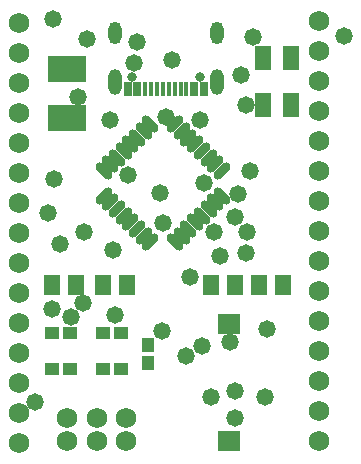
<source format=gbr>
%TF.GenerationSoftware,Altium Limited,Altium Designer,24.7.2 (38)*%
G04 Layer_Color=8388736*
%FSLAX45Y45*%
%MOMM*%
%TF.SameCoordinates,C77648C0-80D8-424D-8617-BB5A92A82554*%
%TF.FilePolarity,Negative*%
%TF.FileFunction,Soldermask,Top*%
%TF.Part,Single*%
G01*
G75*
%TA.AperFunction,SMDPad,CuDef*%
%ADD36R,1.20320X1.10320*%
%ADD37R,1.47320X1.72720*%
%ADD38R,1.10320X1.20320*%
%ADD39R,1.40320X2.00320*%
%ADD40R,3.20320X2.20320*%
%ADD41R,1.90320X1.70320*%
G04:AMPARAMS|DCode=42|XSize=0.7532mm|YSize=1.7532mm|CornerRadius=0mm|HoleSize=0mm|Usage=FLASHONLY|Rotation=225.000|XOffset=0mm|YOffset=0mm|HoleType=Round|Shape=Round|*
%AMOVALD42*
21,1,1.00000,0.75320,0.00000,0.00000,315.0*
1,1,0.75320,-0.35355,0.35355*
1,1,0.75320,0.35355,-0.35355*
%
%ADD42OVALD42*%

G04:AMPARAMS|DCode=43|XSize=0.7532mm|YSize=1.7532mm|CornerRadius=0mm|HoleSize=0mm|Usage=FLASHONLY|Rotation=135.000|XOffset=0mm|YOffset=0mm|HoleType=Round|Shape=Round|*
%AMOVALD43*
21,1,1.00000,0.75320,0.00000,0.00000,225.0*
1,1,0.75320,0.35355,0.35355*
1,1,0.75320,-0.35355,-0.35355*
%
%ADD43OVALD43*%

%TA.AperFunction,ConnectorPad*%
%ADD44R,0.70000X1.24000*%
%ADD45R,0.40000X1.24000*%
%TA.AperFunction,ComponentPad*%
%ADD46C,0.80320*%
%ADD47O,1.10320X2.20320*%
%ADD48O,1.10320X1.90320*%
%ADD49C,1.72720*%
%TA.AperFunction,ViaPad*%
%ADD50C,1.47320*%
D36*
X965200Y889000D02*
D03*
X1117600D02*
D03*
X533400D02*
D03*
X685800D02*
D03*
X533400Y1193800D02*
D03*
X685800D02*
D03*
X965200D02*
D03*
X1117600D02*
D03*
D37*
X736600Y1600200D02*
D03*
X533400D02*
D03*
X2082800D02*
D03*
X1879600D02*
D03*
X2489200D02*
D03*
X2286000D02*
D03*
X1168400D02*
D03*
X965200D02*
D03*
D38*
X1346200Y939800D02*
D03*
Y1092200D02*
D03*
D39*
X2318400Y3527400D02*
D03*
Y3127400D02*
D03*
X2558400D02*
D03*
Y3527400D02*
D03*
D40*
X660400Y3018297D02*
D03*
Y3433303D02*
D03*
D41*
X2032000Y279400D02*
D03*
Y1269401D02*
D03*
D42*
X1577497Y1963522D02*
D03*
X1634068Y2020092D02*
D03*
X1690634Y2076658D02*
D03*
X1747205Y2133229D02*
D03*
X1803771Y2189795D02*
D03*
X1860342Y2246366D02*
D03*
X1916908Y2302932D02*
D03*
X1973478Y2359503D02*
D03*
X1368903Y2964078D02*
D03*
X1312332Y2907508D02*
D03*
X1255766Y2850942D02*
D03*
X1199195Y2794371D02*
D03*
X1142629Y2737805D02*
D03*
X1086058Y2681234D02*
D03*
X1029492Y2624668D02*
D03*
X972922Y2568097D02*
D03*
D43*
X1973478D02*
D03*
X1916908Y2624668D02*
D03*
X1860342Y2681234D02*
D03*
X1803771Y2737805D02*
D03*
X1747205Y2794371D02*
D03*
X1690634Y2850942D02*
D03*
X1634068Y2907508D02*
D03*
X1577497Y2964078D02*
D03*
X972922Y2359503D02*
D03*
X1029492Y2302932D02*
D03*
X1086058Y2246366D02*
D03*
X1142629Y2189795D02*
D03*
X1199195Y2133229D02*
D03*
X1255766Y2076658D02*
D03*
X1312332Y2020092D02*
D03*
X1368903Y1963522D02*
D03*
D44*
X1818599Y3258800D02*
D03*
X1738600D02*
D03*
X1258600D02*
D03*
X1178601D02*
D03*
D45*
X1523599D02*
D03*
X1573601D02*
D03*
X1623598D02*
D03*
X1673601D02*
D03*
X1473601D02*
D03*
X1423599D02*
D03*
X1373602D02*
D03*
X1323599D02*
D03*
D46*
X1787601Y3365800D02*
D03*
X1209599D02*
D03*
D47*
X1931101Y3316798D02*
D03*
X1066099D02*
D03*
D48*
X1931101Y3733800D02*
D03*
X1066099D02*
D03*
D49*
X2794000Y3835400D02*
D03*
Y3581400D02*
D03*
Y3327400D02*
D03*
Y3073400D02*
D03*
Y2819400D02*
D03*
Y2565400D02*
D03*
Y2311400D02*
D03*
Y2057400D02*
D03*
Y1803400D02*
D03*
Y1549400D02*
D03*
Y1295400D02*
D03*
Y1041400D02*
D03*
Y787400D02*
D03*
Y533400D02*
D03*
Y279400D02*
D03*
X254000Y3822700D02*
D03*
Y3568700D02*
D03*
Y3314700D02*
D03*
Y3060700D02*
D03*
Y2806700D02*
D03*
Y2552700D02*
D03*
Y2298700D02*
D03*
Y2044700D02*
D03*
Y1790700D02*
D03*
Y1536700D02*
D03*
Y1282700D02*
D03*
Y1028700D02*
D03*
Y774700D02*
D03*
Y520700D02*
D03*
Y266700D02*
D03*
X914400Y279400D02*
D03*
X1164402D02*
D03*
X1162238Y474980D02*
D03*
X912241D02*
D03*
X664398Y279400D02*
D03*
X662239Y474980D02*
D03*
D50*
X693420Y1333500D02*
D03*
X1905000Y2052320D02*
D03*
X1255974Y3660140D02*
D03*
X1955800Y1849120D02*
D03*
X1501140Y3027680D02*
D03*
X1549400Y3507740D02*
D03*
X2085340Y706120D02*
D03*
Y474980D02*
D03*
X1671320Y1003300D02*
D03*
X1463040Y1211580D02*
D03*
X1821180Y2463800D02*
D03*
X2358390Y1233170D02*
D03*
X2184400Y2047240D02*
D03*
X1884680Y650240D02*
D03*
X802640Y2054860D02*
D03*
X548640Y2501900D02*
D03*
X533400Y1397000D02*
D03*
X497840Y2214880D02*
D03*
X795020Y1452880D02*
D03*
X2082800Y2176780D02*
D03*
X2179320Y1871980D02*
D03*
X599440Y1953260D02*
D03*
X1066800Y1348740D02*
D03*
X830580Y3683000D02*
D03*
X3004820Y3708400D02*
D03*
X2336800Y652780D02*
D03*
X393700Y609600D02*
D03*
X1176020Y2537460D02*
D03*
X1051560Y1899920D02*
D03*
X546100Y3853180D02*
D03*
X1231900Y3484880D02*
D03*
X1023620Y3002280D02*
D03*
X1701800Y1671320D02*
D03*
X1478280Y2123440D02*
D03*
X2212340Y2565400D02*
D03*
X1450340Y2379980D02*
D03*
X1800860Y1087120D02*
D03*
X2044700Y1122680D02*
D03*
X751840Y3190240D02*
D03*
X2108200Y2369820D02*
D03*
X2133600Y3380740D02*
D03*
X2174240Y3126740D02*
D03*
X1788160Y2997200D02*
D03*
X2240280Y3705860D02*
D03*
%TF.MD5,bd740688727805104d251b10abda55c7*%
M02*

</source>
